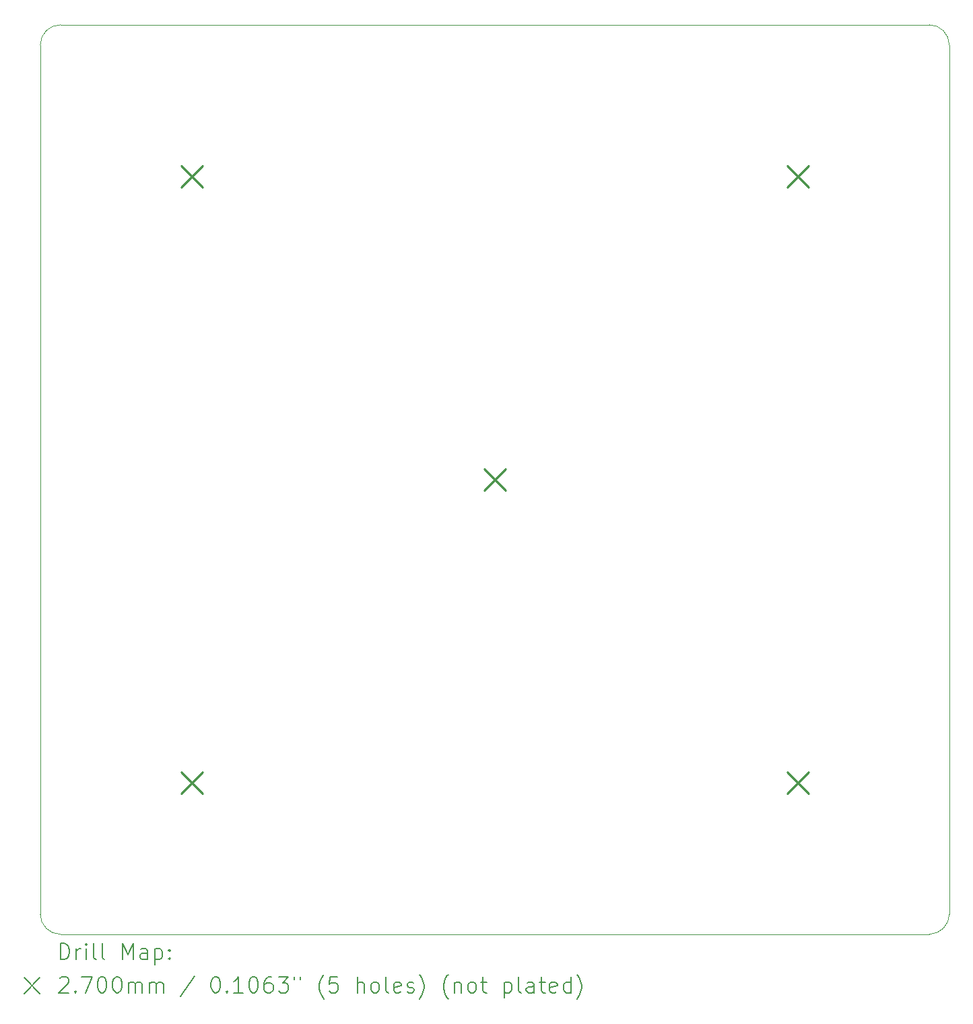
<source format=gbr>
%FSLAX45Y45*%
G04 Gerber Fmt 4.5, Leading zero omitted, Abs format (unit mm)*
G04 Created by KiCad (PCBNEW (6.0.1-0)) date 2022-02-06 13:55:46*
%MOMM*%
%LPD*%
G01*
G04 APERTURE LIST*
%TA.AperFunction,Profile*%
%ADD10C,0.100000*%
%TD*%
%ADD11C,0.200000*%
%ADD12C,0.270000*%
G04 APERTURE END LIST*
D10*
X2222500Y-13398500D02*
X2222500Y-2476500D01*
X2476500Y-2222500D02*
X13398500Y-2222500D01*
X13398500Y-13652500D02*
X2476500Y-13652500D01*
X2476500Y-2222500D02*
G75*
G03*
X2222500Y-2476500I0J-254000D01*
G01*
X13398500Y-13652500D02*
G75*
G03*
X13652500Y-13398500I0J254000D01*
G01*
X13652500Y-2476500D02*
G75*
G03*
X13398500Y-2222500I-254000J0D01*
G01*
X13652500Y-2476500D02*
X13652500Y-13398500D01*
X2222500Y-13398500D02*
G75*
G03*
X2476500Y-13652500I254000J0D01*
G01*
D11*
D12*
X3992500Y-3992500D02*
X4262500Y-4262500D01*
X4262500Y-3992500D02*
X3992500Y-4262500D01*
X3992500Y-11612500D02*
X4262500Y-11882500D01*
X4262500Y-11612500D02*
X3992500Y-11882500D01*
X7802500Y-7802500D02*
X8072500Y-8072500D01*
X8072500Y-7802500D02*
X7802500Y-8072500D01*
X11612500Y-3992500D02*
X11882500Y-4262500D01*
X11882500Y-3992500D02*
X11612500Y-4262500D01*
X11612500Y-11612500D02*
X11882500Y-11882500D01*
X11882500Y-11612500D02*
X11612500Y-11882500D01*
D11*
X2475119Y-13967976D02*
X2475119Y-13767976D01*
X2522738Y-13767976D01*
X2551310Y-13777500D01*
X2570357Y-13796548D01*
X2579881Y-13815595D01*
X2589405Y-13853690D01*
X2589405Y-13882262D01*
X2579881Y-13920357D01*
X2570357Y-13939405D01*
X2551310Y-13958452D01*
X2522738Y-13967976D01*
X2475119Y-13967976D01*
X2675119Y-13967976D02*
X2675119Y-13834643D01*
X2675119Y-13872738D02*
X2684643Y-13853690D01*
X2694167Y-13844167D01*
X2713214Y-13834643D01*
X2732262Y-13834643D01*
X2798928Y-13967976D02*
X2798928Y-13834643D01*
X2798928Y-13767976D02*
X2789405Y-13777500D01*
X2798928Y-13787024D01*
X2808452Y-13777500D01*
X2798928Y-13767976D01*
X2798928Y-13787024D01*
X2922738Y-13967976D02*
X2903690Y-13958452D01*
X2894167Y-13939405D01*
X2894167Y-13767976D01*
X3027500Y-13967976D02*
X3008452Y-13958452D01*
X2998928Y-13939405D01*
X2998928Y-13767976D01*
X3256071Y-13967976D02*
X3256071Y-13767976D01*
X3322738Y-13910833D01*
X3389405Y-13767976D01*
X3389405Y-13967976D01*
X3570357Y-13967976D02*
X3570357Y-13863214D01*
X3560833Y-13844167D01*
X3541786Y-13834643D01*
X3503690Y-13834643D01*
X3484643Y-13844167D01*
X3570357Y-13958452D02*
X3551309Y-13967976D01*
X3503690Y-13967976D01*
X3484643Y-13958452D01*
X3475119Y-13939405D01*
X3475119Y-13920357D01*
X3484643Y-13901309D01*
X3503690Y-13891786D01*
X3551309Y-13891786D01*
X3570357Y-13882262D01*
X3665595Y-13834643D02*
X3665595Y-14034643D01*
X3665595Y-13844167D02*
X3684643Y-13834643D01*
X3722738Y-13834643D01*
X3741786Y-13844167D01*
X3751309Y-13853690D01*
X3760833Y-13872738D01*
X3760833Y-13929881D01*
X3751309Y-13948928D01*
X3741786Y-13958452D01*
X3722738Y-13967976D01*
X3684643Y-13967976D01*
X3665595Y-13958452D01*
X3846548Y-13948928D02*
X3856071Y-13958452D01*
X3846548Y-13967976D01*
X3837024Y-13958452D01*
X3846548Y-13948928D01*
X3846548Y-13967976D01*
X3846548Y-13844167D02*
X3856071Y-13853690D01*
X3846548Y-13863214D01*
X3837024Y-13853690D01*
X3846548Y-13844167D01*
X3846548Y-13863214D01*
X2017500Y-14197500D02*
X2217500Y-14397500D01*
X2217500Y-14197500D02*
X2017500Y-14397500D01*
X2465595Y-14207024D02*
X2475119Y-14197500D01*
X2494167Y-14187976D01*
X2541786Y-14187976D01*
X2560833Y-14197500D01*
X2570357Y-14207024D01*
X2579881Y-14226071D01*
X2579881Y-14245119D01*
X2570357Y-14273690D01*
X2456071Y-14387976D01*
X2579881Y-14387976D01*
X2665595Y-14368928D02*
X2675119Y-14378452D01*
X2665595Y-14387976D01*
X2656071Y-14378452D01*
X2665595Y-14368928D01*
X2665595Y-14387976D01*
X2741786Y-14187976D02*
X2875119Y-14187976D01*
X2789405Y-14387976D01*
X2989405Y-14187976D02*
X3008452Y-14187976D01*
X3027500Y-14197500D01*
X3037024Y-14207024D01*
X3046548Y-14226071D01*
X3056071Y-14264167D01*
X3056071Y-14311786D01*
X3046548Y-14349881D01*
X3037024Y-14368928D01*
X3027500Y-14378452D01*
X3008452Y-14387976D01*
X2989405Y-14387976D01*
X2970357Y-14378452D01*
X2960833Y-14368928D01*
X2951309Y-14349881D01*
X2941786Y-14311786D01*
X2941786Y-14264167D01*
X2951309Y-14226071D01*
X2960833Y-14207024D01*
X2970357Y-14197500D01*
X2989405Y-14187976D01*
X3179881Y-14187976D02*
X3198928Y-14187976D01*
X3217976Y-14197500D01*
X3227500Y-14207024D01*
X3237024Y-14226071D01*
X3246548Y-14264167D01*
X3246548Y-14311786D01*
X3237024Y-14349881D01*
X3227500Y-14368928D01*
X3217976Y-14378452D01*
X3198928Y-14387976D01*
X3179881Y-14387976D01*
X3160833Y-14378452D01*
X3151309Y-14368928D01*
X3141786Y-14349881D01*
X3132262Y-14311786D01*
X3132262Y-14264167D01*
X3141786Y-14226071D01*
X3151309Y-14207024D01*
X3160833Y-14197500D01*
X3179881Y-14187976D01*
X3332262Y-14387976D02*
X3332262Y-14254643D01*
X3332262Y-14273690D02*
X3341786Y-14264167D01*
X3360833Y-14254643D01*
X3389405Y-14254643D01*
X3408452Y-14264167D01*
X3417976Y-14283214D01*
X3417976Y-14387976D01*
X3417976Y-14283214D02*
X3427500Y-14264167D01*
X3446548Y-14254643D01*
X3475119Y-14254643D01*
X3494167Y-14264167D01*
X3503690Y-14283214D01*
X3503690Y-14387976D01*
X3598928Y-14387976D02*
X3598928Y-14254643D01*
X3598928Y-14273690D02*
X3608452Y-14264167D01*
X3627500Y-14254643D01*
X3656071Y-14254643D01*
X3675119Y-14264167D01*
X3684643Y-14283214D01*
X3684643Y-14387976D01*
X3684643Y-14283214D02*
X3694167Y-14264167D01*
X3713214Y-14254643D01*
X3741786Y-14254643D01*
X3760833Y-14264167D01*
X3770357Y-14283214D01*
X3770357Y-14387976D01*
X4160833Y-14178452D02*
X3989405Y-14435595D01*
X4417976Y-14187976D02*
X4437024Y-14187976D01*
X4456071Y-14197500D01*
X4465595Y-14207024D01*
X4475119Y-14226071D01*
X4484643Y-14264167D01*
X4484643Y-14311786D01*
X4475119Y-14349881D01*
X4465595Y-14368928D01*
X4456071Y-14378452D01*
X4437024Y-14387976D01*
X4417976Y-14387976D01*
X4398929Y-14378452D01*
X4389405Y-14368928D01*
X4379881Y-14349881D01*
X4370357Y-14311786D01*
X4370357Y-14264167D01*
X4379881Y-14226071D01*
X4389405Y-14207024D01*
X4398929Y-14197500D01*
X4417976Y-14187976D01*
X4570357Y-14368928D02*
X4579881Y-14378452D01*
X4570357Y-14387976D01*
X4560833Y-14378452D01*
X4570357Y-14368928D01*
X4570357Y-14387976D01*
X4770357Y-14387976D02*
X4656071Y-14387976D01*
X4713214Y-14387976D02*
X4713214Y-14187976D01*
X4694167Y-14216548D01*
X4675119Y-14235595D01*
X4656071Y-14245119D01*
X4894167Y-14187976D02*
X4913214Y-14187976D01*
X4932262Y-14197500D01*
X4941786Y-14207024D01*
X4951310Y-14226071D01*
X4960833Y-14264167D01*
X4960833Y-14311786D01*
X4951310Y-14349881D01*
X4941786Y-14368928D01*
X4932262Y-14378452D01*
X4913214Y-14387976D01*
X4894167Y-14387976D01*
X4875119Y-14378452D01*
X4865595Y-14368928D01*
X4856071Y-14349881D01*
X4846548Y-14311786D01*
X4846548Y-14264167D01*
X4856071Y-14226071D01*
X4865595Y-14207024D01*
X4875119Y-14197500D01*
X4894167Y-14187976D01*
X5132262Y-14187976D02*
X5094167Y-14187976D01*
X5075119Y-14197500D01*
X5065595Y-14207024D01*
X5046548Y-14235595D01*
X5037024Y-14273690D01*
X5037024Y-14349881D01*
X5046548Y-14368928D01*
X5056071Y-14378452D01*
X5075119Y-14387976D01*
X5113214Y-14387976D01*
X5132262Y-14378452D01*
X5141786Y-14368928D01*
X5151310Y-14349881D01*
X5151310Y-14302262D01*
X5141786Y-14283214D01*
X5132262Y-14273690D01*
X5113214Y-14264167D01*
X5075119Y-14264167D01*
X5056071Y-14273690D01*
X5046548Y-14283214D01*
X5037024Y-14302262D01*
X5217976Y-14187976D02*
X5341786Y-14187976D01*
X5275119Y-14264167D01*
X5303690Y-14264167D01*
X5322738Y-14273690D01*
X5332262Y-14283214D01*
X5341786Y-14302262D01*
X5341786Y-14349881D01*
X5332262Y-14368928D01*
X5322738Y-14378452D01*
X5303690Y-14387976D01*
X5246548Y-14387976D01*
X5227500Y-14378452D01*
X5217976Y-14368928D01*
X5417976Y-14187976D02*
X5417976Y-14226071D01*
X5494167Y-14187976D02*
X5494167Y-14226071D01*
X5789405Y-14464167D02*
X5779881Y-14454643D01*
X5760833Y-14426071D01*
X5751309Y-14407024D01*
X5741786Y-14378452D01*
X5732262Y-14330833D01*
X5732262Y-14292738D01*
X5741786Y-14245119D01*
X5751309Y-14216548D01*
X5760833Y-14197500D01*
X5779881Y-14168928D01*
X5789405Y-14159405D01*
X5960833Y-14187976D02*
X5865595Y-14187976D01*
X5856071Y-14283214D01*
X5865595Y-14273690D01*
X5884643Y-14264167D01*
X5932262Y-14264167D01*
X5951309Y-14273690D01*
X5960833Y-14283214D01*
X5970357Y-14302262D01*
X5970357Y-14349881D01*
X5960833Y-14368928D01*
X5951309Y-14378452D01*
X5932262Y-14387976D01*
X5884643Y-14387976D01*
X5865595Y-14378452D01*
X5856071Y-14368928D01*
X6208452Y-14387976D02*
X6208452Y-14187976D01*
X6294167Y-14387976D02*
X6294167Y-14283214D01*
X6284643Y-14264167D01*
X6265595Y-14254643D01*
X6237024Y-14254643D01*
X6217976Y-14264167D01*
X6208452Y-14273690D01*
X6417976Y-14387976D02*
X6398928Y-14378452D01*
X6389405Y-14368928D01*
X6379881Y-14349881D01*
X6379881Y-14292738D01*
X6389405Y-14273690D01*
X6398928Y-14264167D01*
X6417976Y-14254643D01*
X6446548Y-14254643D01*
X6465595Y-14264167D01*
X6475119Y-14273690D01*
X6484643Y-14292738D01*
X6484643Y-14349881D01*
X6475119Y-14368928D01*
X6465595Y-14378452D01*
X6446548Y-14387976D01*
X6417976Y-14387976D01*
X6598928Y-14387976D02*
X6579881Y-14378452D01*
X6570357Y-14359405D01*
X6570357Y-14187976D01*
X6751309Y-14378452D02*
X6732262Y-14387976D01*
X6694167Y-14387976D01*
X6675119Y-14378452D01*
X6665595Y-14359405D01*
X6665595Y-14283214D01*
X6675119Y-14264167D01*
X6694167Y-14254643D01*
X6732262Y-14254643D01*
X6751309Y-14264167D01*
X6760833Y-14283214D01*
X6760833Y-14302262D01*
X6665595Y-14321309D01*
X6837024Y-14378452D02*
X6856071Y-14387976D01*
X6894167Y-14387976D01*
X6913214Y-14378452D01*
X6922738Y-14359405D01*
X6922738Y-14349881D01*
X6913214Y-14330833D01*
X6894167Y-14321309D01*
X6865595Y-14321309D01*
X6846548Y-14311786D01*
X6837024Y-14292738D01*
X6837024Y-14283214D01*
X6846548Y-14264167D01*
X6865595Y-14254643D01*
X6894167Y-14254643D01*
X6913214Y-14264167D01*
X6989405Y-14464167D02*
X6998928Y-14454643D01*
X7017976Y-14426071D01*
X7027500Y-14407024D01*
X7037024Y-14378452D01*
X7046548Y-14330833D01*
X7046548Y-14292738D01*
X7037024Y-14245119D01*
X7027500Y-14216548D01*
X7017976Y-14197500D01*
X6998928Y-14168928D01*
X6989405Y-14159405D01*
X7351309Y-14464167D02*
X7341786Y-14454643D01*
X7322738Y-14426071D01*
X7313214Y-14407024D01*
X7303690Y-14378452D01*
X7294167Y-14330833D01*
X7294167Y-14292738D01*
X7303690Y-14245119D01*
X7313214Y-14216548D01*
X7322738Y-14197500D01*
X7341786Y-14168928D01*
X7351309Y-14159405D01*
X7427500Y-14254643D02*
X7427500Y-14387976D01*
X7427500Y-14273690D02*
X7437024Y-14264167D01*
X7456071Y-14254643D01*
X7484643Y-14254643D01*
X7503690Y-14264167D01*
X7513214Y-14283214D01*
X7513214Y-14387976D01*
X7637024Y-14387976D02*
X7617976Y-14378452D01*
X7608452Y-14368928D01*
X7598928Y-14349881D01*
X7598928Y-14292738D01*
X7608452Y-14273690D01*
X7617976Y-14264167D01*
X7637024Y-14254643D01*
X7665595Y-14254643D01*
X7684643Y-14264167D01*
X7694167Y-14273690D01*
X7703690Y-14292738D01*
X7703690Y-14349881D01*
X7694167Y-14368928D01*
X7684643Y-14378452D01*
X7665595Y-14387976D01*
X7637024Y-14387976D01*
X7760833Y-14254643D02*
X7837024Y-14254643D01*
X7789405Y-14187976D02*
X7789405Y-14359405D01*
X7798928Y-14378452D01*
X7817976Y-14387976D01*
X7837024Y-14387976D01*
X8056071Y-14254643D02*
X8056071Y-14454643D01*
X8056071Y-14264167D02*
X8075119Y-14254643D01*
X8113214Y-14254643D01*
X8132262Y-14264167D01*
X8141786Y-14273690D01*
X8151309Y-14292738D01*
X8151309Y-14349881D01*
X8141786Y-14368928D01*
X8132262Y-14378452D01*
X8113214Y-14387976D01*
X8075119Y-14387976D01*
X8056071Y-14378452D01*
X8265595Y-14387976D02*
X8246548Y-14378452D01*
X8237024Y-14359405D01*
X8237024Y-14187976D01*
X8427500Y-14387976D02*
X8427500Y-14283214D01*
X8417976Y-14264167D01*
X8398929Y-14254643D01*
X8360833Y-14254643D01*
X8341786Y-14264167D01*
X8427500Y-14378452D02*
X8408452Y-14387976D01*
X8360833Y-14387976D01*
X8341786Y-14378452D01*
X8332262Y-14359405D01*
X8332262Y-14340357D01*
X8341786Y-14321309D01*
X8360833Y-14311786D01*
X8408452Y-14311786D01*
X8427500Y-14302262D01*
X8494167Y-14254643D02*
X8570357Y-14254643D01*
X8522738Y-14187976D02*
X8522738Y-14359405D01*
X8532262Y-14378452D01*
X8551310Y-14387976D01*
X8570357Y-14387976D01*
X8713214Y-14378452D02*
X8694167Y-14387976D01*
X8656071Y-14387976D01*
X8637024Y-14378452D01*
X8627500Y-14359405D01*
X8627500Y-14283214D01*
X8637024Y-14264167D01*
X8656071Y-14254643D01*
X8694167Y-14254643D01*
X8713214Y-14264167D01*
X8722738Y-14283214D01*
X8722738Y-14302262D01*
X8627500Y-14321309D01*
X8894167Y-14387976D02*
X8894167Y-14187976D01*
X8894167Y-14378452D02*
X8875119Y-14387976D01*
X8837024Y-14387976D01*
X8817976Y-14378452D01*
X8808452Y-14368928D01*
X8798929Y-14349881D01*
X8798929Y-14292738D01*
X8808452Y-14273690D01*
X8817976Y-14264167D01*
X8837024Y-14254643D01*
X8875119Y-14254643D01*
X8894167Y-14264167D01*
X8970357Y-14464167D02*
X8979881Y-14454643D01*
X8998929Y-14426071D01*
X9008452Y-14407024D01*
X9017976Y-14378452D01*
X9027500Y-14330833D01*
X9027500Y-14292738D01*
X9017976Y-14245119D01*
X9008452Y-14216548D01*
X8998929Y-14197500D01*
X8979881Y-14168928D01*
X8970357Y-14159405D01*
M02*

</source>
